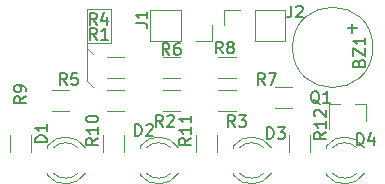
<source format=gbr>
%TF.GenerationSoftware,KiCad,Pcbnew,5.1.10-1.fc32*%
%TF.CreationDate,2021-08-01T16:38:55+02:00*%
%TF.ProjectId,lm324_therm_bar,6c6d3332-345f-4746-9865-726d5f626172,rev?*%
%TF.SameCoordinates,Original*%
%TF.FileFunction,Legend,Top*%
%TF.FilePolarity,Positive*%
%FSLAX46Y46*%
G04 Gerber Fmt 4.6, Leading zero omitted, Abs format (unit mm)*
G04 Created by KiCad (PCBNEW 5.1.10-1.fc32) date 2021-08-01 16:38:55*
%MOMM*%
%LPD*%
G01*
G04 APERTURE LIST*
%ADD10C,0.120000*%
%ADD11C,0.150000*%
G04 APERTURE END LIST*
D10*
X62738000Y-44323000D02*
X62738000Y-41910000D01*
X63246000Y-45085000D02*
X62738000Y-44577000D01*
X62738000Y-47371000D02*
X62738000Y-44323000D01*
X63246000Y-47879000D02*
X62738000Y-47371000D01*
X62738000Y-41275000D02*
X62738000Y-44069000D01*
X64770000Y-41275000D02*
X62738000Y-41275000D01*
X64770000Y-44196000D02*
X64770000Y-41275000D01*
X62738000Y-44196000D02*
X64770000Y-44196000D01*
X59400000Y-55182000D02*
X59400000Y-55338000D01*
X59400000Y-52866000D02*
X59400000Y-53022000D01*
X62001130Y-55181837D02*
G75*
G02*
X59919039Y-55182000I-1041130J1079837D01*
G01*
X62001130Y-53022163D02*
G75*
G03*
X59919039Y-53022000I-1041130J-1079837D01*
G01*
X62632335Y-55180608D02*
G75*
G02*
X59400000Y-55337516I-1672335J1078608D01*
G01*
X62632335Y-53023392D02*
G75*
G03*
X59400000Y-52866484I-1672335J-1078608D01*
G01*
X67274000Y-52866000D02*
X67274000Y-53022000D01*
X67274000Y-55182000D02*
X67274000Y-55338000D01*
X70506335Y-53023392D02*
G75*
G03*
X67274000Y-52866484I-1672335J-1078608D01*
G01*
X70506335Y-55180608D02*
G75*
G02*
X67274000Y-55337516I-1672335J1078608D01*
G01*
X69875130Y-53022163D02*
G75*
G03*
X67793039Y-53022000I-1041130J-1079837D01*
G01*
X69875130Y-55181837D02*
G75*
G02*
X67793039Y-55182000I-1041130J1079837D01*
G01*
X75148000Y-52866000D02*
X75148000Y-53022000D01*
X75148000Y-55182000D02*
X75148000Y-55338000D01*
X78380335Y-53023392D02*
G75*
G03*
X75148000Y-52866484I-1672335J-1078608D01*
G01*
X78380335Y-55180608D02*
G75*
G02*
X75148000Y-55337516I-1672335J1078608D01*
G01*
X77749130Y-53022163D02*
G75*
G03*
X75667039Y-53022000I-1041130J-1079837D01*
G01*
X77749130Y-55181837D02*
G75*
G02*
X75667039Y-55182000I-1041130J1079837D01*
G01*
X83022000Y-55182000D02*
X83022000Y-55338000D01*
X83022000Y-52866000D02*
X83022000Y-53022000D01*
X85623130Y-55181837D02*
G75*
G02*
X83541039Y-55182000I-1041130J1079837D01*
G01*
X85623130Y-53022163D02*
G75*
G03*
X83541039Y-53022000I-1041130J-1079837D01*
G01*
X86254335Y-55180608D02*
G75*
G02*
X83022000Y-55337516I-1672335J1078608D01*
G01*
X86254335Y-53023392D02*
G75*
G03*
X83022000Y-52866484I-1672335J-1078608D01*
G01*
X70739000Y-41342000D02*
X70739000Y-44002000D01*
X70739000Y-41342000D02*
X68139000Y-41342000D01*
X68139000Y-41342000D02*
X68139000Y-44002000D01*
X70739000Y-44002000D02*
X68139000Y-44002000D01*
X73339000Y-44002000D02*
X72009000Y-44002000D01*
X73339000Y-42672000D02*
X73339000Y-44002000D01*
X86416000Y-49278000D02*
X85486000Y-49278000D01*
X83256000Y-49278000D02*
X84186000Y-49278000D01*
X83256000Y-49278000D02*
X83256000Y-51438000D01*
X86416000Y-49278000D02*
X86416000Y-50738000D01*
X64485436Y-49932000D02*
X65939564Y-49932000D01*
X64485436Y-48112000D02*
X65939564Y-48112000D01*
X69184436Y-48112000D02*
X70638564Y-48112000D01*
X69184436Y-49932000D02*
X70638564Y-49932000D01*
X75341564Y-48112000D02*
X73887436Y-48112000D01*
X75341564Y-49932000D02*
X73887436Y-49932000D01*
X64485436Y-45318000D02*
X65939564Y-45318000D01*
X64485436Y-47138000D02*
X65939564Y-47138000D01*
X61240564Y-49932000D02*
X59786436Y-49932000D01*
X61240564Y-48112000D02*
X59786436Y-48112000D01*
X69184436Y-47138000D02*
X70638564Y-47138000D01*
X69184436Y-45318000D02*
X70638564Y-45318000D01*
X80163564Y-47858000D02*
X78709436Y-47858000D01*
X80163564Y-49678000D02*
X78709436Y-49678000D01*
X73887436Y-45318000D02*
X75341564Y-45318000D01*
X73887436Y-47138000D02*
X75341564Y-47138000D01*
X86966000Y-44526000D02*
G75*
G03*
X86966000Y-44526000I-3400000J0D01*
G01*
X56240000Y-53366564D02*
X56240000Y-51912436D01*
X58060000Y-53366564D02*
X58060000Y-51912436D01*
X65934000Y-53366564D02*
X65934000Y-51912436D01*
X64114000Y-53366564D02*
X64114000Y-51912436D01*
X71988000Y-53366564D02*
X71988000Y-51912436D01*
X73808000Y-53366564D02*
X73808000Y-51912436D01*
X81682000Y-53366564D02*
X81682000Y-51912436D01*
X79862000Y-53366564D02*
X79862000Y-51912436D01*
X76962000Y-44002000D02*
X76962000Y-41342000D01*
X76962000Y-44002000D02*
X79562000Y-44002000D01*
X79562000Y-44002000D02*
X79562000Y-41342000D01*
X76962000Y-41342000D02*
X79562000Y-41342000D01*
X74362000Y-41342000D02*
X75692000Y-41342000D01*
X74362000Y-42672000D02*
X74362000Y-41342000D01*
D11*
X59380380Y-52554095D02*
X58380380Y-52554095D01*
X58380380Y-52316000D01*
X58428000Y-52173142D01*
X58523238Y-52077904D01*
X58618476Y-52030285D01*
X58808952Y-51982666D01*
X58951809Y-51982666D01*
X59142285Y-52030285D01*
X59237523Y-52077904D01*
X59332761Y-52173142D01*
X59380380Y-52316000D01*
X59380380Y-52554095D01*
X59380380Y-51030285D02*
X59380380Y-51601714D01*
X59380380Y-51316000D02*
X58380380Y-51316000D01*
X58523238Y-51411238D01*
X58618476Y-51506476D01*
X58666095Y-51601714D01*
X66825904Y-52014380D02*
X66825904Y-51014380D01*
X67064000Y-51014380D01*
X67206857Y-51062000D01*
X67302095Y-51157238D01*
X67349714Y-51252476D01*
X67397333Y-51442952D01*
X67397333Y-51585809D01*
X67349714Y-51776285D01*
X67302095Y-51871523D01*
X67206857Y-51966761D01*
X67064000Y-52014380D01*
X66825904Y-52014380D01*
X67778285Y-51109619D02*
X67825904Y-51062000D01*
X67921142Y-51014380D01*
X68159238Y-51014380D01*
X68254476Y-51062000D01*
X68302095Y-51109619D01*
X68349714Y-51204857D01*
X68349714Y-51300095D01*
X68302095Y-51442952D01*
X67730666Y-52014380D01*
X68349714Y-52014380D01*
X78001904Y-52268380D02*
X78001904Y-51268380D01*
X78240000Y-51268380D01*
X78382857Y-51316000D01*
X78478095Y-51411238D01*
X78525714Y-51506476D01*
X78573333Y-51696952D01*
X78573333Y-51839809D01*
X78525714Y-52030285D01*
X78478095Y-52125523D01*
X78382857Y-52220761D01*
X78240000Y-52268380D01*
X78001904Y-52268380D01*
X78906666Y-51268380D02*
X79525714Y-51268380D01*
X79192380Y-51649333D01*
X79335238Y-51649333D01*
X79430476Y-51696952D01*
X79478095Y-51744571D01*
X79525714Y-51839809D01*
X79525714Y-52077904D01*
X79478095Y-52173142D01*
X79430476Y-52220761D01*
X79335238Y-52268380D01*
X79049523Y-52268380D01*
X78954285Y-52220761D01*
X78906666Y-52173142D01*
X85621904Y-52776380D02*
X85621904Y-51776380D01*
X85860000Y-51776380D01*
X86002857Y-51824000D01*
X86098095Y-51919238D01*
X86145714Y-52014476D01*
X86193333Y-52204952D01*
X86193333Y-52347809D01*
X86145714Y-52538285D01*
X86098095Y-52633523D01*
X86002857Y-52728761D01*
X85860000Y-52776380D01*
X85621904Y-52776380D01*
X87050476Y-52109714D02*
X87050476Y-52776380D01*
X86812380Y-51728761D02*
X86574285Y-52443047D01*
X87193333Y-52443047D01*
X66889380Y-42497333D02*
X67603666Y-42497333D01*
X67746523Y-42544952D01*
X67841761Y-42640190D01*
X67889380Y-42783047D01*
X67889380Y-42878285D01*
X67889380Y-41497333D02*
X67889380Y-42068761D01*
X67889380Y-41783047D02*
X66889380Y-41783047D01*
X67032238Y-41878285D01*
X67127476Y-41973523D01*
X67175095Y-42068761D01*
X82454761Y-49315619D02*
X82359523Y-49268000D01*
X82264285Y-49172761D01*
X82121428Y-49029904D01*
X82026190Y-48982285D01*
X81930952Y-48982285D01*
X81978571Y-49220380D02*
X81883333Y-49172761D01*
X81788095Y-49077523D01*
X81740476Y-48887047D01*
X81740476Y-48553714D01*
X81788095Y-48363238D01*
X81883333Y-48268000D01*
X81978571Y-48220380D01*
X82169047Y-48220380D01*
X82264285Y-48268000D01*
X82359523Y-48363238D01*
X82407142Y-48553714D01*
X82407142Y-48887047D01*
X82359523Y-49077523D01*
X82264285Y-49172761D01*
X82169047Y-49220380D01*
X81978571Y-49220380D01*
X83359523Y-49220380D02*
X82788095Y-49220380D01*
X83073809Y-49220380D02*
X83073809Y-48220380D01*
X82978571Y-48363238D01*
X82883333Y-48458476D01*
X82788095Y-48506095D01*
X63587333Y-43886380D02*
X63254000Y-43410190D01*
X63015904Y-43886380D02*
X63015904Y-42886380D01*
X63396857Y-42886380D01*
X63492095Y-42934000D01*
X63539714Y-42981619D01*
X63587333Y-43076857D01*
X63587333Y-43219714D01*
X63539714Y-43314952D01*
X63492095Y-43362571D01*
X63396857Y-43410190D01*
X63015904Y-43410190D01*
X64539714Y-43886380D02*
X63968285Y-43886380D01*
X64254000Y-43886380D02*
X64254000Y-42886380D01*
X64158761Y-43029238D01*
X64063523Y-43124476D01*
X63968285Y-43172095D01*
X69175333Y-51252380D02*
X68842000Y-50776190D01*
X68603904Y-51252380D02*
X68603904Y-50252380D01*
X68984857Y-50252380D01*
X69080095Y-50300000D01*
X69127714Y-50347619D01*
X69175333Y-50442857D01*
X69175333Y-50585714D01*
X69127714Y-50680952D01*
X69080095Y-50728571D01*
X68984857Y-50776190D01*
X68603904Y-50776190D01*
X69556285Y-50347619D02*
X69603904Y-50300000D01*
X69699142Y-50252380D01*
X69937238Y-50252380D01*
X70032476Y-50300000D01*
X70080095Y-50347619D01*
X70127714Y-50442857D01*
X70127714Y-50538095D01*
X70080095Y-50680952D01*
X69508666Y-51252380D01*
X70127714Y-51252380D01*
X75271333Y-51252380D02*
X74938000Y-50776190D01*
X74699904Y-51252380D02*
X74699904Y-50252380D01*
X75080857Y-50252380D01*
X75176095Y-50300000D01*
X75223714Y-50347619D01*
X75271333Y-50442857D01*
X75271333Y-50585714D01*
X75223714Y-50680952D01*
X75176095Y-50728571D01*
X75080857Y-50776190D01*
X74699904Y-50776190D01*
X75604666Y-50252380D02*
X76223714Y-50252380D01*
X75890380Y-50633333D01*
X76033238Y-50633333D01*
X76128476Y-50680952D01*
X76176095Y-50728571D01*
X76223714Y-50823809D01*
X76223714Y-51061904D01*
X76176095Y-51157142D01*
X76128476Y-51204761D01*
X76033238Y-51252380D01*
X75747523Y-51252380D01*
X75652285Y-51204761D01*
X75604666Y-51157142D01*
X63587333Y-42616380D02*
X63254000Y-42140190D01*
X63015904Y-42616380D02*
X63015904Y-41616380D01*
X63396857Y-41616380D01*
X63492095Y-41664000D01*
X63539714Y-41711619D01*
X63587333Y-41806857D01*
X63587333Y-41949714D01*
X63539714Y-42044952D01*
X63492095Y-42092571D01*
X63396857Y-42140190D01*
X63015904Y-42140190D01*
X64444476Y-41949714D02*
X64444476Y-42616380D01*
X64206380Y-41568761D02*
X63968285Y-42283047D01*
X64587333Y-42283047D01*
X61047333Y-47696380D02*
X60714000Y-47220190D01*
X60475904Y-47696380D02*
X60475904Y-46696380D01*
X60856857Y-46696380D01*
X60952095Y-46744000D01*
X60999714Y-46791619D01*
X61047333Y-46886857D01*
X61047333Y-47029714D01*
X60999714Y-47124952D01*
X60952095Y-47172571D01*
X60856857Y-47220190D01*
X60475904Y-47220190D01*
X61952095Y-46696380D02*
X61475904Y-46696380D01*
X61428285Y-47172571D01*
X61475904Y-47124952D01*
X61571142Y-47077333D01*
X61809238Y-47077333D01*
X61904476Y-47124952D01*
X61952095Y-47172571D01*
X61999714Y-47267809D01*
X61999714Y-47505904D01*
X61952095Y-47601142D01*
X61904476Y-47648761D01*
X61809238Y-47696380D01*
X61571142Y-47696380D01*
X61475904Y-47648761D01*
X61428285Y-47601142D01*
X69744833Y-45156380D02*
X69411500Y-44680190D01*
X69173404Y-45156380D02*
X69173404Y-44156380D01*
X69554357Y-44156380D01*
X69649595Y-44204000D01*
X69697214Y-44251619D01*
X69744833Y-44346857D01*
X69744833Y-44489714D01*
X69697214Y-44584952D01*
X69649595Y-44632571D01*
X69554357Y-44680190D01*
X69173404Y-44680190D01*
X70601976Y-44156380D02*
X70411500Y-44156380D01*
X70316261Y-44204000D01*
X70268642Y-44251619D01*
X70173404Y-44394476D01*
X70125785Y-44584952D01*
X70125785Y-44965904D01*
X70173404Y-45061142D01*
X70221023Y-45108761D01*
X70316261Y-45156380D01*
X70506738Y-45156380D01*
X70601976Y-45108761D01*
X70649595Y-45061142D01*
X70697214Y-44965904D01*
X70697214Y-44727809D01*
X70649595Y-44632571D01*
X70601976Y-44584952D01*
X70506738Y-44537333D01*
X70316261Y-44537333D01*
X70221023Y-44584952D01*
X70173404Y-44632571D01*
X70125785Y-44727809D01*
X77811333Y-47696380D02*
X77478000Y-47220190D01*
X77239904Y-47696380D02*
X77239904Y-46696380D01*
X77620857Y-46696380D01*
X77716095Y-46744000D01*
X77763714Y-46791619D01*
X77811333Y-46886857D01*
X77811333Y-47029714D01*
X77763714Y-47124952D01*
X77716095Y-47172571D01*
X77620857Y-47220190D01*
X77239904Y-47220190D01*
X78144666Y-46696380D02*
X78811333Y-46696380D01*
X78382761Y-47696380D01*
X74255333Y-45029380D02*
X73922000Y-44553190D01*
X73683904Y-45029380D02*
X73683904Y-44029380D01*
X74064857Y-44029380D01*
X74160095Y-44077000D01*
X74207714Y-44124619D01*
X74255333Y-44219857D01*
X74255333Y-44362714D01*
X74207714Y-44457952D01*
X74160095Y-44505571D01*
X74064857Y-44553190D01*
X73683904Y-44553190D01*
X74826761Y-44457952D02*
X74731523Y-44410333D01*
X74683904Y-44362714D01*
X74636285Y-44267476D01*
X74636285Y-44219857D01*
X74683904Y-44124619D01*
X74731523Y-44077000D01*
X74826761Y-44029380D01*
X75017238Y-44029380D01*
X75112476Y-44077000D01*
X75160095Y-44124619D01*
X75207714Y-44219857D01*
X75207714Y-44267476D01*
X75160095Y-44362714D01*
X75112476Y-44410333D01*
X75017238Y-44457952D01*
X74826761Y-44457952D01*
X74731523Y-44505571D01*
X74683904Y-44553190D01*
X74636285Y-44648428D01*
X74636285Y-44838904D01*
X74683904Y-44934142D01*
X74731523Y-44981761D01*
X74826761Y-45029380D01*
X75017238Y-45029380D01*
X75112476Y-44981761D01*
X75160095Y-44934142D01*
X75207714Y-44838904D01*
X75207714Y-44648428D01*
X75160095Y-44553190D01*
X75112476Y-44505571D01*
X75017238Y-44457952D01*
X85780571Y-45838952D02*
X85828190Y-45696095D01*
X85875809Y-45648476D01*
X85971047Y-45600857D01*
X86113904Y-45600857D01*
X86209142Y-45648476D01*
X86256761Y-45696095D01*
X86304380Y-45791333D01*
X86304380Y-46172285D01*
X85304380Y-46172285D01*
X85304380Y-45838952D01*
X85352000Y-45743714D01*
X85399619Y-45696095D01*
X85494857Y-45648476D01*
X85590095Y-45648476D01*
X85685333Y-45696095D01*
X85732952Y-45743714D01*
X85780571Y-45838952D01*
X85780571Y-46172285D01*
X85304380Y-45267523D02*
X85304380Y-44600857D01*
X86304380Y-45267523D01*
X86304380Y-44600857D01*
X86304380Y-43696095D02*
X86304380Y-44267523D01*
X86304380Y-43981809D02*
X85304380Y-43981809D01*
X85447238Y-44077047D01*
X85542476Y-44172285D01*
X85590095Y-44267523D01*
X85237428Y-43306952D02*
X85237428Y-42545047D01*
X85618380Y-42926000D02*
X84856476Y-42926000D01*
X57602380Y-48680666D02*
X57126190Y-49014000D01*
X57602380Y-49252095D02*
X56602380Y-49252095D01*
X56602380Y-48871142D01*
X56650000Y-48775904D01*
X56697619Y-48728285D01*
X56792857Y-48680666D01*
X56935714Y-48680666D01*
X57030952Y-48728285D01*
X57078571Y-48775904D01*
X57126190Y-48871142D01*
X57126190Y-49252095D01*
X57602380Y-48204476D02*
X57602380Y-48014000D01*
X57554761Y-47918761D01*
X57507142Y-47871142D01*
X57364285Y-47775904D01*
X57173809Y-47728285D01*
X56792857Y-47728285D01*
X56697619Y-47775904D01*
X56650000Y-47823523D01*
X56602380Y-47918761D01*
X56602380Y-48109238D01*
X56650000Y-48204476D01*
X56697619Y-48252095D01*
X56792857Y-48299714D01*
X57030952Y-48299714D01*
X57126190Y-48252095D01*
X57173809Y-48204476D01*
X57221428Y-48109238D01*
X57221428Y-47918761D01*
X57173809Y-47823523D01*
X57126190Y-47775904D01*
X57030952Y-47728285D01*
X63698380Y-52204857D02*
X63222190Y-52538190D01*
X63698380Y-52776285D02*
X62698380Y-52776285D01*
X62698380Y-52395333D01*
X62746000Y-52300095D01*
X62793619Y-52252476D01*
X62888857Y-52204857D01*
X63031714Y-52204857D01*
X63126952Y-52252476D01*
X63174571Y-52300095D01*
X63222190Y-52395333D01*
X63222190Y-52776285D01*
X63698380Y-51252476D02*
X63698380Y-51823904D01*
X63698380Y-51538190D02*
X62698380Y-51538190D01*
X62841238Y-51633428D01*
X62936476Y-51728666D01*
X62984095Y-51823904D01*
X62698380Y-50633428D02*
X62698380Y-50538190D01*
X62746000Y-50442952D01*
X62793619Y-50395333D01*
X62888857Y-50347714D01*
X63079333Y-50300095D01*
X63317428Y-50300095D01*
X63507904Y-50347714D01*
X63603142Y-50395333D01*
X63650761Y-50442952D01*
X63698380Y-50538190D01*
X63698380Y-50633428D01*
X63650761Y-50728666D01*
X63603142Y-50776285D01*
X63507904Y-50823904D01*
X63317428Y-50871523D01*
X63079333Y-50871523D01*
X62888857Y-50823904D01*
X62793619Y-50776285D01*
X62746000Y-50728666D01*
X62698380Y-50633428D01*
X71572380Y-52204857D02*
X71096190Y-52538190D01*
X71572380Y-52776285D02*
X70572380Y-52776285D01*
X70572380Y-52395333D01*
X70620000Y-52300095D01*
X70667619Y-52252476D01*
X70762857Y-52204857D01*
X70905714Y-52204857D01*
X71000952Y-52252476D01*
X71048571Y-52300095D01*
X71096190Y-52395333D01*
X71096190Y-52776285D01*
X71572380Y-51252476D02*
X71572380Y-51823904D01*
X71572380Y-51538190D02*
X70572380Y-51538190D01*
X70715238Y-51633428D01*
X70810476Y-51728666D01*
X70858095Y-51823904D01*
X71572380Y-50300095D02*
X71572380Y-50871523D01*
X71572380Y-50585809D02*
X70572380Y-50585809D01*
X70715238Y-50681047D01*
X70810476Y-50776285D01*
X70858095Y-50871523D01*
X83002380Y-51696857D02*
X82526190Y-52030190D01*
X83002380Y-52268285D02*
X82002380Y-52268285D01*
X82002380Y-51887333D01*
X82050000Y-51792095D01*
X82097619Y-51744476D01*
X82192857Y-51696857D01*
X82335714Y-51696857D01*
X82430952Y-51744476D01*
X82478571Y-51792095D01*
X82526190Y-51887333D01*
X82526190Y-52268285D01*
X83002380Y-50744476D02*
X83002380Y-51315904D01*
X83002380Y-51030190D02*
X82002380Y-51030190D01*
X82145238Y-51125428D01*
X82240476Y-51220666D01*
X82288095Y-51315904D01*
X82097619Y-50363523D02*
X82050000Y-50315904D01*
X82002380Y-50220666D01*
X82002380Y-49982571D01*
X82050000Y-49887333D01*
X82097619Y-49839714D01*
X82192857Y-49792095D01*
X82288095Y-49792095D01*
X82430952Y-49839714D01*
X83002380Y-50411142D01*
X83002380Y-49792095D01*
X80057666Y-40981380D02*
X80057666Y-41695666D01*
X80010047Y-41838523D01*
X79914809Y-41933761D01*
X79771952Y-41981380D01*
X79676714Y-41981380D01*
X80486238Y-41076619D02*
X80533857Y-41029000D01*
X80629095Y-40981380D01*
X80867190Y-40981380D01*
X80962428Y-41029000D01*
X81010047Y-41076619D01*
X81057666Y-41171857D01*
X81057666Y-41267095D01*
X81010047Y-41409952D01*
X80438619Y-41981380D01*
X81057666Y-41981380D01*
M02*

</source>
